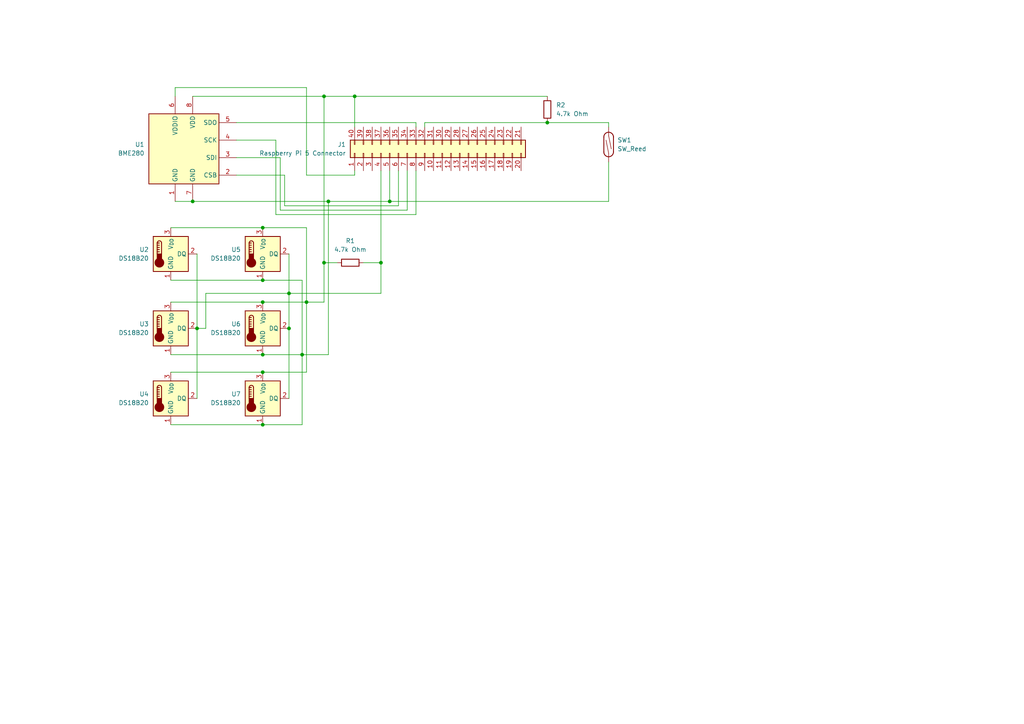
<source format=kicad_sch>
(kicad_sch
	(version 20231120)
	(generator "eeschema")
	(generator_version "8.0")
	(uuid "ab04aa3d-ed40-453c-b441-ff424c4d539e")
	(paper "A4")
	(lib_symbols
		(symbol "Connector_Generic:Conn_02x20_Counter_Clockwise"
			(pin_names
				(offset 1.016) hide)
			(exclude_from_sim no)
			(in_bom yes)
			(on_board yes)
			(property "Reference" "J"
				(at 1.27 25.4 0)
				(effects
					(font
						(size 1.27 1.27)
					)
				)
			)
			(property "Value" "Conn_02x20_Counter_Clockwise"
				(at 1.27 -27.94 0)
				(effects
					(font
						(size 1.27 1.27)
					)
				)
			)
			(property "Footprint" ""
				(at 0 0 0)
				(effects
					(font
						(size 1.27 1.27)
					)
					(hide yes)
				)
			)
			(property "Datasheet" "~"
				(at 0 0 0)
				(effects
					(font
						(size 1.27 1.27)
					)
					(hide yes)
				)
			)
			(property "Description" "Generic connector, double row, 02x20, counter clockwise pin numbering scheme (similar to DIP package numbering), script generated (kicad-library-utils/schlib/autogen/connector/)"
				(at 0 0 0)
				(effects
					(font
						(size 1.27 1.27)
					)
					(hide yes)
				)
			)
			(property "ki_keywords" "connector"
				(at 0 0 0)
				(effects
					(font
						(size 1.27 1.27)
					)
					(hide yes)
				)
			)
			(property "ki_fp_filters" "Connector*:*_2x??_*"
				(at 0 0 0)
				(effects
					(font
						(size 1.27 1.27)
					)
					(hide yes)
				)
			)
			(symbol "Conn_02x20_Counter_Clockwise_1_1"
				(rectangle
					(start -1.27 -25.273)
					(end 0 -25.527)
					(stroke
						(width 0.1524)
						(type default)
					)
					(fill
						(type none)
					)
				)
				(rectangle
					(start -1.27 -22.733)
					(end 0 -22.987)
					(stroke
						(width 0.1524)
						(type default)
					)
					(fill
						(type none)
					)
				)
				(rectangle
					(start -1.27 -20.193)
					(end 0 -20.447)
					(stroke
						(width 0.1524)
						(type default)
					)
					(fill
						(type none)
					)
				)
				(rectangle
					(start -1.27 -17.653)
					(end 0 -17.907)
					(stroke
						(width 0.1524)
						(type default)
					)
					(fill
						(type none)
					)
				)
				(rectangle
					(start -1.27 -15.113)
					(end 0 -15.367)
					(stroke
						(width 0.1524)
						(type default)
					)
					(fill
						(type none)
					)
				)
				(rectangle
					(start -1.27 -12.573)
					(end 0 -12.827)
					(stroke
						(width 0.1524)
						(type default)
					)
					(fill
						(type none)
					)
				)
				(rectangle
					(start -1.27 -10.033)
					(end 0 -10.287)
					(stroke
						(width 0.1524)
						(type default)
					)
					(fill
						(type none)
					)
				)
				(rectangle
					(start -1.27 -7.493)
					(end 0 -7.747)
					(stroke
						(width 0.1524)
						(type default)
					)
					(fill
						(type none)
					)
				)
				(rectangle
					(start -1.27 -4.953)
					(end 0 -5.207)
					(stroke
						(width 0.1524)
						(type default)
					)
					(fill
						(type none)
					)
				)
				(rectangle
					(start -1.27 -2.413)
					(end 0 -2.667)
					(stroke
						(width 0.1524)
						(type default)
					)
					(fill
						(type none)
					)
				)
				(rectangle
					(start -1.27 0.127)
					(end 0 -0.127)
					(stroke
						(width 0.1524)
						(type default)
					)
					(fill
						(type none)
					)
				)
				(rectangle
					(start -1.27 2.667)
					(end 0 2.413)
					(stroke
						(width 0.1524)
						(type default)
					)
					(fill
						(type none)
					)
				)
				(rectangle
					(start -1.27 5.207)
					(end 0 4.953)
					(stroke
						(width 0.1524)
						(type default)
					)
					(fill
						(type none)
					)
				)
				(rectangle
					(start -1.27 7.747)
					(end 0 7.493)
					(stroke
						(width 0.1524)
						(type default)
					)
					(fill
						(type none)
					)
				)
				(rectangle
					(start -1.27 10.287)
					(end 0 10.033)
					(stroke
						(width 0.1524)
						(type default)
					)
					(fill
						(type none)
					)
				)
				(rectangle
					(start -1.27 12.827)
					(end 0 12.573)
					(stroke
						(width 0.1524)
						(type default)
					)
					(fill
						(type none)
					)
				)
				(rectangle
					(start -1.27 15.367)
					(end 0 15.113)
					(stroke
						(width 0.1524)
						(type default)
					)
					(fill
						(type none)
					)
				)
				(rectangle
					(start -1.27 17.907)
					(end 0 17.653)
					(stroke
						(width 0.1524)
						(type default)
					)
					(fill
						(type none)
					)
				)
				(rectangle
					(start -1.27 20.447)
					(end 0 20.193)
					(stroke
						(width 0.1524)
						(type default)
					)
					(fill
						(type none)
					)
				)
				(rectangle
					(start -1.27 22.987)
					(end 0 22.733)
					(stroke
						(width 0.1524)
						(type default)
					)
					(fill
						(type none)
					)
				)
				(rectangle
					(start -1.27 24.13)
					(end 3.81 -26.67)
					(stroke
						(width 0.254)
						(type default)
					)
					(fill
						(type background)
					)
				)
				(rectangle
					(start 3.81 -25.273)
					(end 2.54 -25.527)
					(stroke
						(width 0.1524)
						(type default)
					)
					(fill
						(type none)
					)
				)
				(rectangle
					(start 3.81 -22.733)
					(end 2.54 -22.987)
					(stroke
						(width 0.1524)
						(type default)
					)
					(fill
						(type none)
					)
				)
				(rectangle
					(start 3.81 -20.193)
					(end 2.54 -20.447)
					(stroke
						(width 0.1524)
						(type default)
					)
					(fill
						(type none)
					)
				)
				(rectangle
					(start 3.81 -17.653)
					(end 2.54 -17.907)
					(stroke
						(width 0.1524)
						(type default)
					)
					(fill
						(type none)
					)
				)
				(rectangle
					(start 3.81 -15.113)
					(end 2.54 -15.367)
					(stroke
						(width 0.1524)
						(type default)
					)
					(fill
						(type none)
					)
				)
				(rectangle
					(start 3.81 -12.573)
					(end 2.54 -12.827)
					(stroke
						(width 0.1524)
						(type default)
					)
					(fill
						(type none)
					)
				)
				(rectangle
					(start 3.81 -10.033)
					(end 2.54 -10.287)
					(stroke
						(width 0.1524)
						(type default)
					)
					(fill
						(type none)
					)
				)
				(rectangle
					(start 3.81 -7.493)
					(end 2.54 -7.747)
					(stroke
						(width 0.1524)
						(type default)
					)
					(fill
						(type none)
					)
				)
				(rectangle
					(start 3.81 -4.953)
					(end 2.54 -5.207)
					(stroke
						(width 0.1524)
						(type default)
					)
					(fill
						(type none)
					)
				)
				(rectangle
					(start 3.81 -2.413)
					(end 2.54 -2.667)
					(stroke
						(width 0.1524)
						(type default)
					)
					(fill
						(type none)
					)
				)
				(rectangle
					(start 3.81 0.127)
					(end 2.54 -0.127)
					(stroke
						(width 0.1524)
						(type default)
					)
					(fill
						(type none)
					)
				)
				(rectangle
					(start 3.81 2.667)
					(end 2.54 2.413)
					(stroke
						(width 0.1524)
						(type default)
					)
					(fill
						(type none)
					)
				)
				(rectangle
					(start 3.81 5.207)
					(end 2.54 4.953)
					(stroke
						(width 0.1524)
						(type default)
					)
					(fill
						(type none)
					)
				)
				(rectangle
					(start 3.81 7.747)
					(end 2.54 7.493)
					(stroke
						(width 0.1524)
						(type default)
					)
					(fill
						(type none)
					)
				)
				(rectangle
					(start 3.81 10.287)
					(end 2.54 10.033)
					(stroke
						(width 0.1524)
						(type default)
					)
					(fill
						(type none)
					)
				)
				(rectangle
					(start 3.81 12.827)
					(end 2.54 12.573)
					(stroke
						(width 0.1524)
						(type default)
					)
					(fill
						(type none)
					)
				)
				(rectangle
					(start 3.81 15.367)
					(end 2.54 15.113)
					(stroke
						(width 0.1524)
						(type default)
					)
					(fill
						(type none)
					)
				)
				(rectangle
					(start 3.81 17.907)
					(end 2.54 17.653)
					(stroke
						(width 0.1524)
						(type default)
					)
					(fill
						(type none)
					)
				)
				(rectangle
					(start 3.81 20.447)
					(end 2.54 20.193)
					(stroke
						(width 0.1524)
						(type default)
					)
					(fill
						(type none)
					)
				)
				(rectangle
					(start 3.81 22.987)
					(end 2.54 22.733)
					(stroke
						(width 0.1524)
						(type default)
					)
					(fill
						(type none)
					)
				)
				(pin passive line
					(at -5.08 22.86 0)
					(length 3.81)
					(name "Pin_1"
						(effects
							(font
								(size 1.27 1.27)
							)
						)
					)
					(number "1"
						(effects
							(font
								(size 1.27 1.27)
							)
						)
					)
				)
				(pin passive line
					(at -5.08 0 0)
					(length 3.81)
					(name "Pin_10"
						(effects
							(font
								(size 1.27 1.27)
							)
						)
					)
					(number "10"
						(effects
							(font
								(size 1.27 1.27)
							)
						)
					)
				)
				(pin passive line
					(at -5.08 -2.54 0)
					(length 3.81)
					(name "Pin_11"
						(effects
							(font
								(size 1.27 1.27)
							)
						)
					)
					(number "11"
						(effects
							(font
								(size 1.27 1.27)
							)
						)
					)
				)
				(pin passive line
					(at -5.08 -5.08 0)
					(length 3.81)
					(name "Pin_12"
						(effects
							(font
								(size 1.27 1.27)
							)
						)
					)
					(number "12"
						(effects
							(font
								(size 1.27 1.27)
							)
						)
					)
				)
				(pin passive line
					(at -5.08 -7.62 0)
					(length 3.81)
					(name "Pin_13"
						(effects
							(font
								(size 1.27 1.27)
							)
						)
					)
					(number "13"
						(effects
							(font
								(size 1.27 1.27)
							)
						)
					)
				)
				(pin passive line
					(at -5.08 -10.16 0)
					(length 3.81)
					(name "Pin_14"
						(effects
							(font
								(size 1.27 1.27)
							)
						)
					)
					(number "14"
						(effects
							(font
								(size 1.27 1.27)
							)
						)
					)
				)
				(pin passive line
					(at -5.08 -12.7 0)
					(length 3.81)
					(name "Pin_15"
						(effects
							(font
								(size 1.27 1.27)
							)
						)
					)
					(number "15"
						(effects
							(font
								(size 1.27 1.27)
							)
						)
					)
				)
				(pin passive line
					(at -5.08 -15.24 0)
					(length 3.81)
					(name "Pin_16"
						(effects
							(font
								(size 1.27 1.27)
							)
						)
					)
					(number "16"
						(effects
							(font
								(size 1.27 1.27)
							)
						)
					)
				)
				(pin passive line
					(at -5.08 -17.78 0)
					(length 3.81)
					(name "Pin_17"
						(effects
							(font
								(size 1.27 1.27)
							)
						)
					)
					(number "17"
						(effects
							(font
								(size 1.27 1.27)
							)
						)
					)
				)
				(pin passive line
					(at -5.08 -20.32 0)
					(length 3.81)
					(name "Pin_18"
						(effects
							(font
								(size 1.27 1.27)
							)
						)
					)
					(number "18"
						(effects
							(font
								(size 1.27 1.27)
							)
						)
					)
				)
				(pin passive line
					(at -5.08 -22.86 0)
					(length 3.81)
					(name "Pin_19"
						(effects
							(font
								(size 1.27 1.27)
							)
						)
					)
					(number "19"
						(effects
							(font
								(size 1.27 1.27)
							)
						)
					)
				)
				(pin passive line
					(at -5.08 20.32 0)
					(length 3.81)
					(name "Pin_2"
						(effects
							(font
								(size 1.27 1.27)
							)
						)
					)
					(number "2"
						(effects
							(font
								(size 1.27 1.27)
							)
						)
					)
				)
				(pin passive line
					(at -5.08 -25.4 0)
					(length 3.81)
					(name "Pin_20"
						(effects
							(font
								(size 1.27 1.27)
							)
						)
					)
					(number "20"
						(effects
							(font
								(size 1.27 1.27)
							)
						)
					)
				)
				(pin passive line
					(at 7.62 -25.4 180)
					(length 3.81)
					(name "Pin_21"
						(effects
							(font
								(size 1.27 1.27)
							)
						)
					)
					(number "21"
						(effects
							(font
								(size 1.27 1.27)
							)
						)
					)
				)
				(pin passive line
					(at 7.62 -22.86 180)
					(length 3.81)
					(name "Pin_22"
						(effects
							(font
								(size 1.27 1.27)
							)
						)
					)
					(number "22"
						(effects
							(font
								(size 1.27 1.27)
							)
						)
					)
				)
				(pin passive line
					(at 7.62 -20.32 180)
					(length 3.81)
					(name "Pin_23"
						(effects
							(font
								(size 1.27 1.27)
							)
						)
					)
					(number "23"
						(effects
							(font
								(size 1.27 1.27)
							)
						)
					)
				)
				(pin passive line
					(at 7.62 -17.78 180)
					(length 3.81)
					(name "Pin_24"
						(effects
							(font
								(size 1.27 1.27)
							)
						)
					)
					(number "24"
						(effects
							(font
								(size 1.27 1.27)
							)
						)
					)
				)
				(pin passive line
					(at 7.62 -15.24 180)
					(length 3.81)
					(name "Pin_25"
						(effects
							(font
								(size 1.27 1.27)
							)
						)
					)
					(number "25"
						(effects
							(font
								(size 1.27 1.27)
							)
						)
					)
				)
				(pin passive line
					(at 7.62 -12.7 180)
					(length 3.81)
					(name "Pin_26"
						(effects
							(font
								(size 1.27 1.27)
							)
						)
					)
					(number "26"
						(effects
							(font
								(size 1.27 1.27)
							)
						)
					)
				)
				(pin passive line
					(at 7.62 -10.16 180)
					(length 3.81)
					(name "Pin_27"
						(effects
							(font
								(size 1.27 1.27)
							)
						)
					)
					(number "27"
						(effects
							(font
								(size 1.27 1.27)
							)
						)
					)
				)
				(pin passive line
					(at 7.62 -7.62 180)
					(length 3.81)
					(name "Pin_28"
						(effects
							(font
								(size 1.27 1.27)
							)
						)
					)
					(number "28"
						(effects
							(font
								(size 1.27 1.27)
							)
						)
					)
				)
				(pin passive line
					(at 7.62 -5.08 180)
					(length 3.81)
					(name "Pin_29"
						(effects
							(font
								(size 1.27 1.27)
							)
						)
					)
					(number "29"
						(effects
							(font
								(size 1.27 1.27)
							)
						)
					)
				)
				(pin passive line
					(at -5.08 17.78 0)
					(length 3.81)
					(name "Pin_3"
						(effects
							(font
								(size 1.27 1.27)
							)
						)
					)
					(number "3"
						(effects
							(font
								(size 1.27 1.27)
							)
						)
					)
				)
				(pin passive line
					(at 7.62 -2.54 180)
					(length 3.81)
					(name "Pin_30"
						(effects
							(font
								(size 1.27 1.27)
							)
						)
					)
					(number "30"
						(effects
							(font
								(size 1.27 1.27)
							)
						)
					)
				)
				(pin passive line
					(at 7.62 0 180)
					(length 3.81)
					(name "Pin_31"
						(effects
							(font
								(size 1.27 1.27)
							)
						)
					)
					(number "31"
						(effects
							(font
								(size 1.27 1.27)
							)
						)
					)
				)
				(pin passive line
					(at 7.62 2.54 180)
					(length 3.81)
					(name "Pin_32"
						(effects
							(font
								(size 1.27 1.27)
							)
						)
					)
					(number "32"
						(effects
							(font
								(size 1.27 1.27)
							)
						)
					)
				)
				(pin passive line
					(at 7.62 5.08 180)
					(length 3.81)
					(name "Pin_33"
						(effects
							(font
								(size 1.27 1.27)
							)
						)
					)
					(number "33"
						(effects
							(font
								(size 1.27 1.27)
							)
						)
					)
				)
				(pin passive line
					(at 7.62 7.62 180)
					(length 3.81)
					(name "Pin_34"
						(effects
							(font
								(size 1.27 1.27)
							)
						)
					)
					(number "34"
						(effects
							(font
								(size 1.27 1.27)
							)
						)
					)
				)
				(pin passive line
					(at 7.62 10.16 180)
					(length 3.81)
					(name "Pin_35"
						(effects
							(font
								(size 1.27 1.27)
							)
						)
					)
					(number "35"
						(effects
							(font
								(size 1.27 1.27)
							)
						)
					)
				)
				(pin passive line
					(at 7.62 12.7 180)
					(length 3.81)
					(name "Pin_36"
						(effects
							(font
								(size 1.27 1.27)
							)
						)
					)
					(number "36"
						(effects
							(font
								(size 1.27 1.27)
							)
						)
					)
				)
				(pin passive line
					(at 7.62 15.24 180)
					(length 3.81)
					(name "Pin_37"
						(effects
							(font
								(size 1.27 1.27)
							)
						)
					)
					(number "37"
						(effects
							(font
								(size 1.27 1.27)
							)
						)
					)
				)
				(pin passive line
					(at 7.62 17.78 180)
					(length 3.81)
					(name "Pin_38"
						(effects
							(font
								(size 1.27 1.27)
							)
						)
					)
					(number "38"
						(effects
							(font
								(size 1.27 1.27)
							)
						)
					)
				)
				(pin passive line
					(at 7.62 20.32 180)
					(length 3.81)
					(name "Pin_39"
						(effects
							(font
								(size 1.27 1.27)
							)
						)
					)
					(number "39"
						(effects
							(font
								(size 1.27 1.27)
							)
						)
					)
				)
				(pin passive line
					(at -5.08 15.24 0)
					(length 3.81)
					(name "Pin_4"
						(effects
							(font
								(size 1.27 1.27)
							)
						)
					)
					(number "4"
						(effects
							(font
								(size 1.27 1.27)
							)
						)
					)
				)
				(pin passive line
					(at 7.62 22.86 180)
					(length 3.81)
					(name "Pin_40"
						(effects
							(font
								(size 1.27 1.27)
							)
						)
					)
					(number "40"
						(effects
							(font
								(size 1.27 1.27)
							)
						)
					)
				)
				(pin passive line
					(at -5.08 12.7 0)
					(length 3.81)
					(name "Pin_5"
						(effects
							(font
								(size 1.27 1.27)
							)
						)
					)
					(number "5"
						(effects
							(font
								(size 1.27 1.27)
							)
						)
					)
				)
				(pin passive line
					(at -5.08 10.16 0)
					(length 3.81)
					(name "Pin_6"
						(effects
							(font
								(size 1.27 1.27)
							)
						)
					)
					(number "6"
						(effects
							(font
								(size 1.27 1.27)
							)
						)
					)
				)
				(pin passive line
					(at -5.08 7.62 0)
					(length 3.81)
					(name "Pin_7"
						(effects
							(font
								(size 1.27 1.27)
							)
						)
					)
					(number "7"
						(effects
							(font
								(size 1.27 1.27)
							)
						)
					)
				)
				(pin passive line
					(at -5.08 5.08 0)
					(length 3.81)
					(name "Pin_8"
						(effects
							(font
								(size 1.27 1.27)
							)
						)
					)
					(number "8"
						(effects
							(font
								(size 1.27 1.27)
							)
						)
					)
				)
				(pin passive line
					(at -5.08 2.54 0)
					(length 3.81)
					(name "Pin_9"
						(effects
							(font
								(size 1.27 1.27)
							)
						)
					)
					(number "9"
						(effects
							(font
								(size 1.27 1.27)
							)
						)
					)
				)
			)
		)
		(symbol "Device:R"
			(pin_numbers hide)
			(pin_names
				(offset 0)
			)
			(exclude_from_sim no)
			(in_bom yes)
			(on_board yes)
			(property "Reference" "R"
				(at 2.032 0 90)
				(effects
					(font
						(size 1.27 1.27)
					)
				)
			)
			(property "Value" "R"
				(at 0 0 90)
				(effects
					(font
						(size 1.27 1.27)
					)
				)
			)
			(property "Footprint" ""
				(at -1.778 0 90)
				(effects
					(font
						(size 1.27 1.27)
					)
					(hide yes)
				)
			)
			(property "Datasheet" "~"
				(at 0 0 0)
				(effects
					(font
						(size 1.27 1.27)
					)
					(hide yes)
				)
			)
			(property "Description" "Resistor"
				(at 0 0 0)
				(effects
					(font
						(size 1.27 1.27)
					)
					(hide yes)
				)
			)
			(property "ki_keywords" "R res resistor"
				(at 0 0 0)
				(effects
					(font
						(size 1.27 1.27)
					)
					(hide yes)
				)
			)
			(property "ki_fp_filters" "R_*"
				(at 0 0 0)
				(effects
					(font
						(size 1.27 1.27)
					)
					(hide yes)
				)
			)
			(symbol "R_0_1"
				(rectangle
					(start -1.016 -2.54)
					(end 1.016 2.54)
					(stroke
						(width 0.254)
						(type default)
					)
					(fill
						(type none)
					)
				)
			)
			(symbol "R_1_1"
				(pin passive line
					(at 0 3.81 270)
					(length 1.27)
					(name "~"
						(effects
							(font
								(size 1.27 1.27)
							)
						)
					)
					(number "1"
						(effects
							(font
								(size 1.27 1.27)
							)
						)
					)
				)
				(pin passive line
					(at 0 -3.81 90)
					(length 1.27)
					(name "~"
						(effects
							(font
								(size 1.27 1.27)
							)
						)
					)
					(number "2"
						(effects
							(font
								(size 1.27 1.27)
							)
						)
					)
				)
			)
		)
		(symbol "Sensor:BME280"
			(exclude_from_sim no)
			(in_bom yes)
			(on_board yes)
			(property "Reference" "U"
				(at -8.89 11.43 0)
				(effects
					(font
						(size 1.27 1.27)
					)
				)
			)
			(property "Value" "BME280"
				(at 7.62 11.43 0)
				(effects
					(font
						(size 1.27 1.27)
					)
				)
			)
			(property "Footprint" "Package_LGA:Bosch_LGA-8_2.5x2.5mm_P0.65mm_ClockwisePinNumbering"
				(at 38.1 -11.43 0)
				(effects
					(font
						(size 1.27 1.27)
					)
					(hide yes)
				)
			)
			(property "Datasheet" "https://www.bosch-sensortec.com/media/boschsensortec/downloads/datasheets/bst-bme280-ds002.pdf"
				(at 0 -5.08 0)
				(effects
					(font
						(size 1.27 1.27)
					)
					(hide yes)
				)
			)
			(property "Description" "3-in-1 sensor, humidity, pressure, temperature, I2C and SPI interface, 1.71-3.6V, LGA-8"
				(at 0 0 0)
				(effects
					(font
						(size 1.27 1.27)
					)
					(hide yes)
				)
			)
			(property "ki_keywords" "Bosch pressure humidity temperature environment environmental measurement digital"
				(at 0 0 0)
				(effects
					(font
						(size 1.27 1.27)
					)
					(hide yes)
				)
			)
			(property "ki_fp_filters" "*LGA*2.5x2.5mm*P0.65mm*Clockwise*"
				(at 0 0 0)
				(effects
					(font
						(size 1.27 1.27)
					)
					(hide yes)
				)
			)
			(symbol "BME280_0_1"
				(rectangle
					(start -10.16 10.16)
					(end 10.16 -10.16)
					(stroke
						(width 0.254)
						(type default)
					)
					(fill
						(type background)
					)
				)
			)
			(symbol "BME280_1_1"
				(pin power_in line
					(at -2.54 -15.24 90)
					(length 5.08)
					(name "GND"
						(effects
							(font
								(size 1.27 1.27)
							)
						)
					)
					(number "1"
						(effects
							(font
								(size 1.27 1.27)
							)
						)
					)
				)
				(pin input line
					(at 15.24 -7.62 180)
					(length 5.08)
					(name "CSB"
						(effects
							(font
								(size 1.27 1.27)
							)
						)
					)
					(number "2"
						(effects
							(font
								(size 1.27 1.27)
							)
						)
					)
				)
				(pin bidirectional line
					(at 15.24 -2.54 180)
					(length 5.08)
					(name "SDI"
						(effects
							(font
								(size 1.27 1.27)
							)
						)
					)
					(number "3"
						(effects
							(font
								(size 1.27 1.27)
							)
						)
					)
				)
				(pin input line
					(at 15.24 2.54 180)
					(length 5.08)
					(name "SCK"
						(effects
							(font
								(size 1.27 1.27)
							)
						)
					)
					(number "4"
						(effects
							(font
								(size 1.27 1.27)
							)
						)
					)
				)
				(pin bidirectional line
					(at 15.24 7.62 180)
					(length 5.08)
					(name "SDO"
						(effects
							(font
								(size 1.27 1.27)
							)
						)
					)
					(number "5"
						(effects
							(font
								(size 1.27 1.27)
							)
						)
					)
				)
				(pin power_in line
					(at -2.54 15.24 270)
					(length 5.08)
					(name "VDDIO"
						(effects
							(font
								(size 1.27 1.27)
							)
						)
					)
					(number "6"
						(effects
							(font
								(size 1.27 1.27)
							)
						)
					)
				)
				(pin power_in line
					(at 2.54 -15.24 90)
					(length 5.08)
					(name "GND"
						(effects
							(font
								(size 1.27 1.27)
							)
						)
					)
					(number "7"
						(effects
							(font
								(size 1.27 1.27)
							)
						)
					)
				)
				(pin power_in line
					(at 2.54 15.24 270)
					(length 5.08)
					(name "VDD"
						(effects
							(font
								(size 1.27 1.27)
							)
						)
					)
					(number "8"
						(effects
							(font
								(size 1.27 1.27)
							)
						)
					)
				)
			)
		)
		(symbol "Sensor_Temperature:DS18B20"
			(exclude_from_sim no)
			(in_bom yes)
			(on_board yes)
			(property "Reference" "U"
				(at -3.81 6.35 0)
				(effects
					(font
						(size 1.27 1.27)
					)
				)
			)
			(property "Value" "DS18B20"
				(at 6.35 6.35 0)
				(effects
					(font
						(size 1.27 1.27)
					)
				)
			)
			(property "Footprint" "Package_TO_SOT_THT:TO-92_Inline"
				(at -25.4 -6.35 0)
				(effects
					(font
						(size 1.27 1.27)
					)
					(hide yes)
				)
			)
			(property "Datasheet" "http://datasheets.maximintegrated.com/en/ds/DS18B20.pdf"
				(at -3.81 6.35 0)
				(effects
					(font
						(size 1.27 1.27)
					)
					(hide yes)
				)
			)
			(property "Description" "Programmable Resolution 1-Wire Digital Thermometer TO-92"
				(at 0 0 0)
				(effects
					(font
						(size 1.27 1.27)
					)
					(hide yes)
				)
			)
			(property "ki_keywords" "OneWire 1Wire Dallas Maxim"
				(at 0 0 0)
				(effects
					(font
						(size 1.27 1.27)
					)
					(hide yes)
				)
			)
			(property "ki_fp_filters" "TO*92*"
				(at 0 0 0)
				(effects
					(font
						(size 1.27 1.27)
					)
					(hide yes)
				)
			)
			(symbol "DS18B20_0_1"
				(rectangle
					(start -5.08 5.08)
					(end 5.08 -5.08)
					(stroke
						(width 0.254)
						(type default)
					)
					(fill
						(type background)
					)
				)
				(circle
					(center -3.302 -2.54)
					(radius 1.27)
					(stroke
						(width 0.254)
						(type default)
					)
					(fill
						(type outline)
					)
				)
				(rectangle
					(start -2.667 -1.905)
					(end -3.937 0)
					(stroke
						(width 0.254)
						(type default)
					)
					(fill
						(type outline)
					)
				)
				(arc
					(start -2.667 3.175)
					(mid -3.302 3.8073)
					(end -3.937 3.175)
					(stroke
						(width 0.254)
						(type default)
					)
					(fill
						(type none)
					)
				)
				(polyline
					(pts
						(xy -3.937 0.635) (xy -3.302 0.635)
					)
					(stroke
						(width 0.254)
						(type default)
					)
					(fill
						(type none)
					)
				)
				(polyline
					(pts
						(xy -3.937 1.27) (xy -3.302 1.27)
					)
					(stroke
						(width 0.254)
						(type default)
					)
					(fill
						(type none)
					)
				)
				(polyline
					(pts
						(xy -3.937 1.905) (xy -3.302 1.905)
					)
					(stroke
						(width 0.254)
						(type default)
					)
					(fill
						(type none)
					)
				)
				(polyline
					(pts
						(xy -3.937 2.54) (xy -3.302 2.54)
					)
					(stroke
						(width 0.254)
						(type default)
					)
					(fill
						(type none)
					)
				)
				(polyline
					(pts
						(xy -3.937 3.175) (xy -3.937 0)
					)
					(stroke
						(width 0.254)
						(type default)
					)
					(fill
						(type none)
					)
				)
				(polyline
					(pts
						(xy -3.937 3.175) (xy -3.302 3.175)
					)
					(stroke
						(width 0.254)
						(type default)
					)
					(fill
						(type none)
					)
				)
				(polyline
					(pts
						(xy -2.667 3.175) (xy -2.667 0)
					)
					(stroke
						(width 0.254)
						(type default)
					)
					(fill
						(type none)
					)
				)
			)
			(symbol "DS18B20_1_1"
				(pin power_in line
					(at 0 -7.62 90)
					(length 2.54)
					(name "GND"
						(effects
							(font
								(size 1.27 1.27)
							)
						)
					)
					(number "1"
						(effects
							(font
								(size 1.27 1.27)
							)
						)
					)
				)
				(pin bidirectional line
					(at 7.62 0 180)
					(length 2.54)
					(name "DQ"
						(effects
							(font
								(size 1.27 1.27)
							)
						)
					)
					(number "2"
						(effects
							(font
								(size 1.27 1.27)
							)
						)
					)
				)
				(pin power_in line
					(at 0 7.62 270)
					(length 2.54)
					(name "V_{DD}"
						(effects
							(font
								(size 1.27 1.27)
							)
						)
					)
					(number "3"
						(effects
							(font
								(size 1.27 1.27)
							)
						)
					)
				)
			)
		)
		(symbol "Switch:SW_Reed"
			(pin_numbers hide)
			(pin_names
				(offset 0) hide)
			(exclude_from_sim no)
			(in_bom yes)
			(on_board yes)
			(property "Reference" "SW"
				(at 0 2.54 0)
				(effects
					(font
						(size 1.27 1.27)
					)
				)
			)
			(property "Value" "SW_Reed"
				(at 0 -2.54 0)
				(effects
					(font
						(size 1.27 1.27)
					)
				)
			)
			(property "Footprint" ""
				(at 0 0 0)
				(effects
					(font
						(size 1.27 1.27)
					)
					(hide yes)
				)
			)
			(property "Datasheet" "~"
				(at 0 0 0)
				(effects
					(font
						(size 1.27 1.27)
					)
					(hide yes)
				)
			)
			(property "Description" "reed switch"
				(at 0 0 0)
				(effects
					(font
						(size 1.27 1.27)
					)
					(hide yes)
				)
			)
			(property "ki_keywords" "reed magnetic switch"
				(at 0 0 0)
				(effects
					(font
						(size 1.27 1.27)
					)
					(hide yes)
				)
			)
			(symbol "SW_Reed_0_0"
				(arc
					(start -2.159 1.397)
					(mid -3.55 0)
					(end -2.159 -1.397)
					(stroke
						(width 0.254)
						(type default)
					)
					(fill
						(type none)
					)
				)
				(polyline
					(pts
						(xy -2.54 0) (xy 1.27 0.762)
					)
					(stroke
						(width 0)
						(type default)
					)
					(fill
						(type none)
					)
				)
				(polyline
					(pts
						(xy -2.159 -1.397) (xy 2.286 -1.397)
					)
					(stroke
						(width 0.254)
						(type default)
					)
					(fill
						(type none)
					)
				)
				(polyline
					(pts
						(xy 2.159 1.397) (xy -2.159 1.397)
					)
					(stroke
						(width 0.254)
						(type default)
					)
					(fill
						(type none)
					)
				)
				(polyline
					(pts
						(xy 2.54 0) (xy -1.27 -0.762)
					)
					(stroke
						(width 0)
						(type default)
					)
					(fill
						(type none)
					)
				)
				(arc
					(start 2.159 -1.397)
					(mid 3.55 0)
					(end 2.159 1.397)
					(stroke
						(width 0.254)
						(type default)
					)
					(fill
						(type none)
					)
				)
			)
			(symbol "SW_Reed_1_1"
				(pin passive line
					(at -5.08 0 0)
					(length 2.54)
					(name "1"
						(effects
							(font
								(size 1.27 1.27)
							)
						)
					)
					(number "1"
						(effects
							(font
								(size 1.27 1.27)
							)
						)
					)
				)
				(pin passive line
					(at 5.08 0 180)
					(length 2.54)
					(name "2"
						(effects
							(font
								(size 1.27 1.27)
							)
						)
					)
					(number "2"
						(effects
							(font
								(size 1.27 1.27)
							)
						)
					)
				)
			)
		)
	)
	(junction
		(at 76.2 81.28)
		(diameter 0)
		(color 0 0 0 0)
		(uuid "220db1e9-421e-4287-830e-fbcbf115997b")
	)
	(junction
		(at 102.87 27.94)
		(diameter 0)
		(color 0 0 0 0)
		(uuid "2f9309e5-a330-4aed-b2cc-39be814494c9")
	)
	(junction
		(at 158.75 35.56)
		(diameter 0)
		(color 0 0 0 0)
		(uuid "4b719f28-c4dc-450f-925f-8eee3fd62457")
	)
	(junction
		(at 93.98 76.2)
		(diameter 0)
		(color 0 0 0 0)
		(uuid "5602dd0f-5c63-4b49-819f-c74ac6206f32")
	)
	(junction
		(at 55.88 58.42)
		(diameter 0)
		(color 0 0 0 0)
		(uuid "5b059ec4-0764-4630-a86c-4c8dd9353912")
	)
	(junction
		(at 76.2 66.04)
		(diameter 0)
		(color 0 0 0 0)
		(uuid "849cdca8-0112-4530-a056-cb7b2f68439c")
	)
	(junction
		(at 76.2 123.19)
		(diameter 0)
		(color 0 0 0 0)
		(uuid "8ab13264-eb06-49bb-a1f9-ec69c82a3cc9")
	)
	(junction
		(at 76.2 87.63)
		(diameter 0)
		(color 0 0 0 0)
		(uuid "97c5a3d7-08cd-40c1-b8f3-7087008c3dbb")
	)
	(junction
		(at 57.15 95.25)
		(diameter 0)
		(color 0 0 0 0)
		(uuid "9e3b1977-e3ea-4557-aa90-35bff73da9cb")
	)
	(junction
		(at 113.03 58.42)
		(diameter 0)
		(color 0 0 0 0)
		(uuid "a7b884d5-cff2-440b-bb65-ef082d871f9b")
	)
	(junction
		(at 83.82 95.25)
		(diameter 0)
		(color 0 0 0 0)
		(uuid "b6b25bf8-f671-4fcf-8ce8-865dd5004896")
	)
	(junction
		(at 87.63 102.87)
		(diameter 0)
		(color 0 0 0 0)
		(uuid "bc752046-5f34-4eb1-8701-0e458f97637c")
	)
	(junction
		(at 83.82 85.09)
		(diameter 0)
		(color 0 0 0 0)
		(uuid "bebc27e1-9aad-46ee-b1a3-b2cc44efa401")
	)
	(junction
		(at 76.2 107.95)
		(diameter 0)
		(color 0 0 0 0)
		(uuid "c47f03df-73a7-4072-b2ff-6cc67b6bee75")
	)
	(junction
		(at 95.25 58.42)
		(diameter 0)
		(color 0 0 0 0)
		(uuid "c55f05d9-5c55-447c-b3d1-592f4434ce4d")
	)
	(junction
		(at 76.2 102.87)
		(diameter 0)
		(color 0 0 0 0)
		(uuid "e7f10deb-de94-4c3c-b0f4-1379181e32dd")
	)
	(junction
		(at 93.98 27.94)
		(diameter 0)
		(color 0 0 0 0)
		(uuid "ea84f8ff-c4db-4fd7-ac6d-cddc3b154884")
	)
	(junction
		(at 110.49 76.2)
		(diameter 0)
		(color 0 0 0 0)
		(uuid "efc6b516-ef14-4055-b521-d08fd37c1658")
	)
	(junction
		(at 88.9 87.63)
		(diameter 0)
		(color 0 0 0 0)
		(uuid "fad59274-63ac-4823-a52a-5c84cdbc469a")
	)
	(wire
		(pts
			(xy 50.8 58.42) (xy 55.88 58.42)
		)
		(stroke
			(width 0)
			(type default)
		)
		(uuid "000c3782-67bc-4c37-a360-9dbad9a59ce9")
	)
	(wire
		(pts
			(xy 49.53 102.87) (xy 76.2 102.87)
		)
		(stroke
			(width 0)
			(type default)
		)
		(uuid "05c451d8-04bb-4f8f-ab26-e0a0bd4d6435")
	)
	(wire
		(pts
			(xy 59.69 85.09) (xy 83.82 85.09)
		)
		(stroke
			(width 0)
			(type default)
		)
		(uuid "061c6241-be51-4dc7-9be7-b8bd3ab59efd")
	)
	(wire
		(pts
			(xy 83.82 73.66) (xy 83.82 85.09)
		)
		(stroke
			(width 0)
			(type default)
		)
		(uuid "086d85ec-a243-4548-8a25-e8c2874b4f42")
	)
	(wire
		(pts
			(xy 76.2 107.95) (xy 88.9 107.95)
		)
		(stroke
			(width 0)
			(type default)
		)
		(uuid "0ca00cbb-b0e4-4eb6-8fb0-5fe6e0b81ff2")
	)
	(wire
		(pts
			(xy 87.63 102.87) (xy 76.2 102.87)
		)
		(stroke
			(width 0)
			(type default)
		)
		(uuid "14250383-bc83-4785-9691-237b76fff5fd")
	)
	(wire
		(pts
			(xy 88.9 87.63) (xy 76.2 87.63)
		)
		(stroke
			(width 0)
			(type default)
		)
		(uuid "1b6441d7-99a7-4a47-ba7d-364f41f29d14")
	)
	(wire
		(pts
			(xy 76.2 81.28) (xy 87.63 81.28)
		)
		(stroke
			(width 0)
			(type default)
		)
		(uuid "23922f96-cea0-4f63-8916-ca1e9ec87376")
	)
	(wire
		(pts
			(xy 87.63 81.28) (xy 87.63 102.87)
		)
		(stroke
			(width 0)
			(type default)
		)
		(uuid "253a765b-4476-499f-b821-dc5df6fff3b2")
	)
	(wire
		(pts
			(xy 158.75 35.56) (xy 176.53 35.56)
		)
		(stroke
			(width 0)
			(type default)
		)
		(uuid "29c4feb2-b6c4-4133-9b9d-22528770863c")
	)
	(wire
		(pts
			(xy 49.53 123.19) (xy 76.2 123.19)
		)
		(stroke
			(width 0)
			(type default)
		)
		(uuid "2e5314ea-ebfd-4eb9-be21-4a4b42239d4f")
	)
	(wire
		(pts
			(xy 76.2 66.04) (xy 88.9 66.04)
		)
		(stroke
			(width 0)
			(type default)
		)
		(uuid "32a9712d-5043-452b-be72-c0ea5caa4b66")
	)
	(wire
		(pts
			(xy 81.28 60.96) (xy 118.11 60.96)
		)
		(stroke
			(width 0)
			(type default)
		)
		(uuid "3674b487-bb35-4759-8bd2-680472d5deb3")
	)
	(wire
		(pts
			(xy 49.53 107.95) (xy 76.2 107.95)
		)
		(stroke
			(width 0)
			(type default)
		)
		(uuid "3ae3001f-efd1-45ac-820e-0aeff401db03")
	)
	(wire
		(pts
			(xy 88.9 107.95) (xy 88.9 87.63)
		)
		(stroke
			(width 0)
			(type default)
		)
		(uuid "3cf6530f-f82e-47ee-9409-fa5e04914b7e")
	)
	(wire
		(pts
			(xy 87.63 123.19) (xy 87.63 102.87)
		)
		(stroke
			(width 0)
			(type default)
		)
		(uuid "3d30709e-f58c-4f3f-88fd-3c2fff23f532")
	)
	(wire
		(pts
			(xy 88.9 66.04) (xy 88.9 87.63)
		)
		(stroke
			(width 0)
			(type default)
		)
		(uuid "4304020b-92d2-4b49-9ecf-8455baa48070")
	)
	(wire
		(pts
			(xy 55.88 27.94) (xy 93.98 27.94)
		)
		(stroke
			(width 0)
			(type default)
		)
		(uuid "46a4edbc-f948-47b5-9f8e-a00dd363bd75")
	)
	(wire
		(pts
			(xy 95.25 58.42) (xy 95.25 102.87)
		)
		(stroke
			(width 0)
			(type default)
		)
		(uuid "4ed71275-f02d-4b5c-b061-aae71da4e304")
	)
	(wire
		(pts
			(xy 105.41 76.2) (xy 110.49 76.2)
		)
		(stroke
			(width 0)
			(type default)
		)
		(uuid "4f1a4559-c7b5-468b-b639-ca1407d86d2a")
	)
	(wire
		(pts
			(xy 49.53 81.28) (xy 76.2 81.28)
		)
		(stroke
			(width 0)
			(type default)
		)
		(uuid "574fbfbf-223a-454e-b141-f13f1f44eb0f")
	)
	(wire
		(pts
			(xy 82.55 50.8) (xy 82.55 59.69)
		)
		(stroke
			(width 0)
			(type default)
		)
		(uuid "5a28bea6-c3e9-454f-bfdf-4f102895536c")
	)
	(wire
		(pts
			(xy 93.98 27.94) (xy 93.98 76.2)
		)
		(stroke
			(width 0)
			(type default)
		)
		(uuid "6161ffcc-d103-4edb-9832-aa0fad1da5e6")
	)
	(wire
		(pts
			(xy 49.53 87.63) (xy 76.2 87.63)
		)
		(stroke
			(width 0)
			(type default)
		)
		(uuid "6199ddf2-65ce-4ecf-98e0-d822cceb2e61")
	)
	(wire
		(pts
			(xy 83.82 95.25) (xy 83.82 115.57)
		)
		(stroke
			(width 0)
			(type default)
		)
		(uuid "65905159-8a1c-4926-9641-03c40142c17e")
	)
	(wire
		(pts
			(xy 123.19 36.83) (xy 123.19 35.56)
		)
		(stroke
			(width 0)
			(type default)
		)
		(uuid "6c722a39-f667-4b59-8e2d-ab051c8a9c65")
	)
	(wire
		(pts
			(xy 57.15 95.25) (xy 59.69 95.25)
		)
		(stroke
			(width 0)
			(type default)
		)
		(uuid "7a7e3ba7-7e9b-4757-83db-3acca566f565")
	)
	(wire
		(pts
			(xy 57.15 95.25) (xy 57.15 115.57)
		)
		(stroke
			(width 0)
			(type default)
		)
		(uuid "7d47724d-8a0f-44f4-aca1-6be835aef5ad")
	)
	(wire
		(pts
			(xy 76.2 123.19) (xy 87.63 123.19)
		)
		(stroke
			(width 0)
			(type default)
		)
		(uuid "84b6e9df-e4b7-431e-ac6f-8a336c8dd7ef")
	)
	(wire
		(pts
			(xy 120.65 35.56) (xy 120.65 36.83)
		)
		(stroke
			(width 0)
			(type default)
		)
		(uuid "85bd5b5c-75be-4e60-a3e4-78476475940d")
	)
	(wire
		(pts
			(xy 95.25 58.42) (xy 113.03 58.42)
		)
		(stroke
			(width 0)
			(type default)
		)
		(uuid "882416ab-ad87-4f4a-8222-ae747942d7b2")
	)
	(wire
		(pts
			(xy 80.01 62.23) (xy 120.65 62.23)
		)
		(stroke
			(width 0)
			(type default)
		)
		(uuid "89621b87-eb29-472e-9f03-ccda91a30a1e")
	)
	(wire
		(pts
			(xy 83.82 85.09) (xy 110.49 85.09)
		)
		(stroke
			(width 0)
			(type default)
		)
		(uuid "8b1090a4-f607-4149-b640-abe619784ec5")
	)
	(wire
		(pts
			(xy 176.53 35.56) (xy 176.53 36.83)
		)
		(stroke
			(width 0)
			(type default)
		)
		(uuid "91ef07e7-6661-48fd-b3af-b426b65f41db")
	)
	(wire
		(pts
			(xy 50.8 27.94) (xy 50.8 25.4)
		)
		(stroke
			(width 0)
			(type default)
		)
		(uuid "94173733-b18e-492a-b276-1c7370807bfd")
	)
	(wire
		(pts
			(xy 81.28 45.72) (xy 81.28 60.96)
		)
		(stroke
			(width 0)
			(type default)
		)
		(uuid "95d0607c-c5b3-437b-84f8-883b829bc260")
	)
	(wire
		(pts
			(xy 176.53 58.42) (xy 176.53 46.99)
		)
		(stroke
			(width 0)
			(type default)
		)
		(uuid "9e55b033-bd6e-4c39-9cc6-db6bbd8a37d4")
	)
	(wire
		(pts
			(xy 83.82 85.09) (xy 83.82 95.25)
		)
		(stroke
			(width 0)
			(type default)
		)
		(uuid "a100d49a-2f93-4475-a9be-49da90d910a1")
	)
	(wire
		(pts
			(xy 82.55 59.69) (xy 115.57 59.69)
		)
		(stroke
			(width 0)
			(type default)
		)
		(uuid "a1815cc0-a2a4-450a-a8c7-a3ee63217bce")
	)
	(wire
		(pts
			(xy 95.25 102.87) (xy 87.63 102.87)
		)
		(stroke
			(width 0)
			(type default)
		)
		(uuid "a18d0b00-37f2-4d03-99f9-3a39fb535dfe")
	)
	(wire
		(pts
			(xy 93.98 76.2) (xy 97.79 76.2)
		)
		(stroke
			(width 0)
			(type default)
		)
		(uuid "ac7704d5-53d9-4ddb-974d-ec0f64b1234b")
	)
	(wire
		(pts
			(xy 123.19 35.56) (xy 158.75 35.56)
		)
		(stroke
			(width 0)
			(type default)
		)
		(uuid "af7ab834-a015-43c3-ae82-556c4dfe1a19")
	)
	(wire
		(pts
			(xy 68.58 35.56) (xy 120.65 35.56)
		)
		(stroke
			(width 0)
			(type default)
		)
		(uuid "b489324a-7f86-43a0-883f-414d03e37af7")
	)
	(wire
		(pts
			(xy 93.98 76.2) (xy 93.98 87.63)
		)
		(stroke
			(width 0)
			(type default)
		)
		(uuid "b7c1f1a9-2360-4b14-8bf2-786db58975cd")
	)
	(wire
		(pts
			(xy 110.49 85.09) (xy 110.49 76.2)
		)
		(stroke
			(width 0)
			(type default)
		)
		(uuid "bbf0c9b3-e4ac-4d42-9700-e753db65d839")
	)
	(wire
		(pts
			(xy 120.65 62.23) (xy 120.65 49.53)
		)
		(stroke
			(width 0)
			(type default)
		)
		(uuid "c021ce24-7151-4bbd-bba6-7503901d9736")
	)
	(wire
		(pts
			(xy 110.49 76.2) (xy 110.49 49.53)
		)
		(stroke
			(width 0)
			(type default)
		)
		(uuid "c05d87e8-0397-45f0-8ec8-bb83b31804a2")
	)
	(wire
		(pts
			(xy 115.57 59.69) (xy 115.57 49.53)
		)
		(stroke
			(width 0)
			(type default)
		)
		(uuid "c3ea5e4c-727a-4e08-90ae-f5157a6df072")
	)
	(wire
		(pts
			(xy 68.58 40.64) (xy 80.01 40.64)
		)
		(stroke
			(width 0)
			(type default)
		)
		(uuid "c576aa81-6140-43f5-855a-086fbea9facc")
	)
	(wire
		(pts
			(xy 49.53 66.04) (xy 76.2 66.04)
		)
		(stroke
			(width 0)
			(type default)
		)
		(uuid "cbbabe3e-e67b-4231-a53f-55cc73d3d6de")
	)
	(wire
		(pts
			(xy 113.03 58.42) (xy 176.53 58.42)
		)
		(stroke
			(width 0)
			(type default)
		)
		(uuid "cf5dfcc9-f17c-464f-83e2-7d04b06da65a")
	)
	(wire
		(pts
			(xy 57.15 73.66) (xy 57.15 95.25)
		)
		(stroke
			(width 0)
			(type default)
		)
		(uuid "d13069df-8b08-4ef2-9add-f6496639f139")
	)
	(wire
		(pts
			(xy 102.87 50.8) (xy 102.87 49.53)
		)
		(stroke
			(width 0)
			(type default)
		)
		(uuid "d2700b18-1924-46b3-9cef-00ee968153b0")
	)
	(wire
		(pts
			(xy 118.11 60.96) (xy 118.11 49.53)
		)
		(stroke
			(width 0)
			(type default)
		)
		(uuid "d3c21095-fcce-4a9e-861c-2af0f77d1999")
	)
	(wire
		(pts
			(xy 88.9 25.4) (xy 88.9 50.8)
		)
		(stroke
			(width 0)
			(type default)
		)
		(uuid "d5cd4bec-4a62-4456-a09a-21c0d65b61b4")
	)
	(wire
		(pts
			(xy 102.87 27.94) (xy 158.75 27.94)
		)
		(stroke
			(width 0)
			(type default)
		)
		(uuid "d69ac9f2-803f-4af9-9391-53ef8637c287")
	)
	(wire
		(pts
			(xy 59.69 95.25) (xy 59.69 85.09)
		)
		(stroke
			(width 0)
			(type default)
		)
		(uuid "d9910c6a-122b-4366-9c67-8e05eff475e1")
	)
	(wire
		(pts
			(xy 80.01 40.64) (xy 80.01 62.23)
		)
		(stroke
			(width 0)
			(type default)
		)
		(uuid "df1cb775-d606-4ee7-9a8c-32ba3254500e")
	)
	(wire
		(pts
			(xy 88.9 50.8) (xy 102.87 50.8)
		)
		(stroke
			(width 0)
			(type default)
		)
		(uuid "e0dc4895-b415-4612-9b1d-45320a084c2f")
	)
	(wire
		(pts
			(xy 55.88 58.42) (xy 95.25 58.42)
		)
		(stroke
			(width 0)
			(type default)
		)
		(uuid "e1d8281d-70f9-4383-983b-8141115f57d8")
	)
	(wire
		(pts
			(xy 102.87 27.94) (xy 102.87 36.83)
		)
		(stroke
			(width 0)
			(type default)
		)
		(uuid "ead404ac-f423-45e9-8eda-71b56903f08f")
	)
	(wire
		(pts
			(xy 88.9 87.63) (xy 93.98 87.63)
		)
		(stroke
			(width 0)
			(type default)
		)
		(uuid "eca9aea0-11ec-4dd7-897c-b772222e436f")
	)
	(wire
		(pts
			(xy 68.58 50.8) (xy 82.55 50.8)
		)
		(stroke
			(width 0)
			(type default)
		)
		(uuid "f2ae889a-9952-49b1-b939-678e940861b2")
	)
	(wire
		(pts
			(xy 93.98 27.94) (xy 102.87 27.94)
		)
		(stroke
			(width 0)
			(type default)
		)
		(uuid "f413498f-d026-4a92-94f4-fffb28c623e7")
	)
	(wire
		(pts
			(xy 113.03 58.42) (xy 113.03 49.53)
		)
		(stroke
			(width 0)
			(type default)
		)
		(uuid "f4547809-cb31-4376-b84d-0096ab19f9f1")
	)
	(wire
		(pts
			(xy 50.8 25.4) (xy 88.9 25.4)
		)
		(stroke
			(width 0)
			(type default)
		)
		(uuid "fe015a05-416d-4193-86f7-b5b0212091cd")
	)
	(wire
		(pts
			(xy 68.58 45.72) (xy 81.28 45.72)
		)
		(stroke
			(width 0)
			(type default)
		)
		(uuid "ffa68547-f931-4e3c-911b-ef3939c8e470")
	)
	(symbol
		(lib_id "Sensor_Temperature:DS18B20")
		(at 76.2 115.57 0)
		(unit 1)
		(exclude_from_sim no)
		(in_bom yes)
		(on_board yes)
		(dnp no)
		(fields_autoplaced yes)
		(uuid "0589196f-dbe0-46e6-ab62-38a8818078ae")
		(property "Reference" "U7"
			(at 69.85 114.2999 0)
			(effects
				(font
					(size 1.27 1.27)
				)
				(justify right)
			)
		)
		(property "Value" "DS18B20"
			(at 69.85 116.8399 0)
			(effects
				(font
					(size 1.27 1.27)
				)
				(justify right)
			)
		)
		(property "Footprint" "Package_TO_SOT_THT:TO-92_Inline"
			(at 50.8 121.92 0)
			(effects
				(font
					(size 1.27 1.27)
				)
				(hide yes)
			)
		)
		(property "Datasheet" "http://datasheets.maximintegrated.com/en/ds/DS18B20.pdf"
			(at 72.39 109.22 0)
			(effects
				(font
					(size 1.27 1.27)
				)
				(hide yes)
			)
		)
		(property "Description" "Programmable Resolution 1-Wire Digital Thermometer TO-92"
			(at 76.2 115.57 0)
			(effects
				(font
					(size 1.27 1.27)
				)
				(hide yes)
			)
		)
		(pin "2"
			(uuid "91a5d496-add7-4cc7-ab4f-ecc6acee599d")
		)
		(pin "1"
			(uuid "ce9ff5a4-8ec8-4fb3-a3c9-e58fe24147e9")
		)
		(pin "3"
			(uuid "8ee1b386-75c7-48d5-9f2c-d8c6630f8f68")
		)
		(instances
			(project ""
				(path "/ab04aa3d-ed40-453c-b441-ff424c4d539e"
					(reference "U7")
					(unit 1)
				)
			)
		)
	)
	(symbol
		(lib_id "Sensor_Temperature:DS18B20")
		(at 49.53 115.57 0)
		(unit 1)
		(exclude_from_sim no)
		(in_bom yes)
		(on_board yes)
		(dnp no)
		(fields_autoplaced yes)
		(uuid "0aca6a99-ac61-476f-98ac-76137da42dd1")
		(property "Reference" "U4"
			(at 43.18 114.2999 0)
			(effects
				(font
					(size 1.27 1.27)
				)
				(justify right)
			)
		)
		(property "Value" "DS18B20"
			(at 43.18 116.8399 0)
			(effects
				(font
					(size 1.27 1.27)
				)
				(justify right)
			)
		)
		(property "Footprint" "Package_TO_SOT_THT:TO-92_Inline"
			(at 24.13 121.92 0)
			(effects
				(font
					(size 1.27 1.27)
				)
				(hide yes)
			)
		)
		(property "Datasheet" "http://datasheets.maximintegrated.com/en/ds/DS18B20.pdf"
			(at 45.72 109.22 0)
			(effects
				(font
					(size 1.27 1.27)
				)
				(hide yes)
			)
		)
		(property "Description" "Programmable Resolution 1-Wire Digital Thermometer TO-92"
			(at 49.53 115.57 0)
			(effects
				(font
					(size 1.27 1.27)
				)
				(hide yes)
			)
		)
		(pin "1"
			(uuid "b8381178-f39a-49e9-a051-09d8046ee15d")
		)
		(pin "2"
			(uuid "533830d3-e940-4d9b-b982-43aa810eeba9")
		)
		(pin "3"
			(uuid "e2ffd183-d1e1-42ab-bf49-86d794a8e4d0")
		)
		(instances
			(project ""
				(path "/ab04aa3d-ed40-453c-b441-ff424c4d539e"
					(reference "U4")
					(unit 1)
				)
			)
		)
	)
	(symbol
		(lib_id "Switch:SW_Reed")
		(at 176.53 41.91 90)
		(unit 1)
		(exclude_from_sim no)
		(in_bom yes)
		(on_board yes)
		(dnp no)
		(fields_autoplaced yes)
		(uuid "0b4ee918-ad4d-4bd9-b1fa-3c043c4d787c")
		(property "Reference" "SW1"
			(at 179.07 40.6399 90)
			(effects
				(font
					(size 1.27 1.27)
				)
				(justify right)
			)
		)
		(property "Value" "SW_Reed"
			(at 179.07 43.1799 90)
			(effects
				(font
					(size 1.27 1.27)
				)
				(justify right)
			)
		)
		(property "Footprint" ""
			(at 176.53 41.91 0)
			(effects
				(font
					(size 1.27 1.27)
				)
				(hide yes)
			)
		)
		(property "Datasheet" "~"
			(at 176.53 41.91 0)
			(effects
				(font
					(size 1.27 1.27)
				)
				(hide yes)
			)
		)
		(property "Description" "reed switch"
			(at 176.53 41.91 0)
			(effects
				(font
					(size 1.27 1.27)
				)
				(hide yes)
			)
		)
		(pin "1"
			(uuid "d9088ded-169e-440f-9522-1abbe8476828")
		)
		(pin "2"
			(uuid "c106e6bd-aa39-4bef-b2da-0f6948579857")
		)
		(instances
			(project ""
				(path "/ab04aa3d-ed40-453c-b441-ff424c4d539e"
					(reference "SW1")
					(unit 1)
				)
			)
		)
	)
	(symbol
		(lib_id "Sensor:BME280")
		(at 53.34 43.18 0)
		(unit 1)
		(exclude_from_sim no)
		(in_bom yes)
		(on_board yes)
		(dnp no)
		(fields_autoplaced yes)
		(uuid "1070970e-8b37-42b9-91a0-208478a27a99")
		(property "Reference" "U1"
			(at 41.91 41.9099 0)
			(effects
				(font
					(size 1.27 1.27)
				)
				(justify right)
			)
		)
		(property "Value" "BME280"
			(at 41.91 44.4499 0)
			(effects
				(font
					(size 1.27 1.27)
				)
				(justify right)
			)
		)
		(property "Footprint" "Package_LGA:Bosch_LGA-8_2.5x2.5mm_P0.65mm_ClockwisePinNumbering"
			(at 91.44 54.61 0)
			(effects
				(font
					(size 1.27 1.27)
				)
				(hide yes)
			)
		)
		(property "Datasheet" "https://www.bosch-sensortec.com/media/boschsensortec/downloads/datasheets/bst-bme280-ds002.pdf"
			(at 53.34 48.26 0)
			(effects
				(font
					(size 1.27 1.27)
				)
				(hide yes)
			)
		)
		(property "Description" "3-in-1 sensor, humidity, pressure, temperature, I2C and SPI interface, 1.71-3.6V, LGA-8"
			(at 53.34 43.18 0)
			(effects
				(font
					(size 1.27 1.27)
				)
				(hide yes)
			)
		)
		(pin "6"
			(uuid "c22802b2-cd0b-41d6-8c9f-01f0daf1b39a")
		)
		(pin "5"
			(uuid "94aec695-aa12-48af-be20-fd4496656334")
		)
		(pin "8"
			(uuid "30fbab37-d377-4507-98c2-2b87858fa581")
		)
		(pin "7"
			(uuid "6c668381-30e6-40dd-8c73-0a5ec3074ecb")
		)
		(pin "4"
			(uuid "70a0b109-9252-4e24-ae35-7f0dc7efb2dd")
		)
		(pin "2"
			(uuid "0e069328-0efc-43f3-8b77-cff99018cc5d")
		)
		(pin "3"
			(uuid "b2d03fba-11e9-4035-9b92-df0751734869")
		)
		(pin "1"
			(uuid "eff37cd7-aede-4542-aa19-5b54f9516ba1")
		)
		(instances
			(project ""
				(path "/ab04aa3d-ed40-453c-b441-ff424c4d539e"
					(reference "U1")
					(unit 1)
				)
			)
		)
	)
	(symbol
		(lib_id "Sensor_Temperature:DS18B20")
		(at 76.2 73.66 0)
		(unit 1)
		(exclude_from_sim no)
		(in_bom yes)
		(on_board yes)
		(dnp no)
		(fields_autoplaced yes)
		(uuid "22dd046d-4685-451e-bdf5-6bc2e6405402")
		(property "Reference" "U5"
			(at 69.85 72.3899 0)
			(effects
				(font
					(size 1.27 1.27)
				)
				(justify right)
			)
		)
		(property "Value" "DS18B20"
			(at 69.85 74.9299 0)
			(effects
				(font
					(size 1.27 1.27)
				)
				(justify right)
			)
		)
		(property "Footprint" "Package_TO_SOT_THT:TO-92_Inline"
			(at 50.8 80.01 0)
			(effects
				(font
					(size 1.27 1.27)
				)
				(hide yes)
			)
		)
		(property "Datasheet" "http://datasheets.maximintegrated.com/en/ds/DS18B20.pdf"
			(at 72.39 67.31 0)
			(effects
				(font
					(size 1.27 1.27)
				)
				(hide yes)
			)
		)
		(property "Description" "Programmable Resolution 1-Wire Digital Thermometer TO-92"
			(at 76.2 73.66 0)
			(effects
				(font
					(size 1.27 1.27)
				)
				(hide yes)
			)
		)
		(pin "2"
			(uuid "70a1e277-fa57-4a36-9bb4-69bde479e842")
		)
		(pin "3"
			(uuid "1dce0892-bed4-4ed7-965e-d7c1ab9284b8")
		)
		(pin "1"
			(uuid "5c1e3a37-c29b-4aa6-9afd-193c2e1b119e")
		)
		(instances
			(project ""
				(path "/ab04aa3d-ed40-453c-b441-ff424c4d539e"
					(reference "U5")
					(unit 1)
				)
			)
		)
	)
	(symbol
		(lib_id "Connector_Generic:Conn_02x20_Counter_Clockwise")
		(at 125.73 44.45 90)
		(unit 1)
		(exclude_from_sim no)
		(in_bom yes)
		(on_board yes)
		(dnp no)
		(fields_autoplaced yes)
		(uuid "6de7a1df-4731-4d55-b27e-ecf153cf5adc")
		(property "Reference" "J1"
			(at 100.33 41.9099 90)
			(effects
				(font
					(size 1.27 1.27)
				)
				(justify left)
			)
		)
		(property "Value" "Raspberry Pi 5 Connector"
			(at 100.33 44.4499 90)
			(effects
				(font
					(size 1.27 1.27)
				)
				(justify left)
			)
		)
		(property "Footprint" ""
			(at 125.73 44.45 0)
			(effects
				(font
					(size 1.27 1.27)
				)
				(hide yes)
			)
		)
		(property "Datasheet" "~"
			(at 125.73 44.45 0)
			(effects
				(font
					(size 1.27 1.27)
				)
				(hide yes)
			)
		)
		(property "Description" "Generic connector, double row, 02x20, counter clockwise pin numbering scheme (similar to DIP package numbering), script generated (kicad-library-utils/schlib/autogen/connector/)"
			(at 125.73 44.45 0)
			(effects
				(font
					(size 1.27 1.27)
				)
				(hide yes)
			)
		)
		(pin "13"
			(uuid "fa688b99-552c-4f3c-a746-9bcc775de416")
		)
		(pin "27"
			(uuid "10a07a60-8a2a-4c0c-9fb7-bb2c32c6a6f7")
		)
		(pin "24"
			(uuid "b441d50b-6dbd-4dc2-8d6d-5015f7392bad")
		)
		(pin "22"
			(uuid "a8b00c37-cfd7-4db0-8c3f-b2c709d50d9d")
		)
		(pin "2"
			(uuid "7d11bcf9-0f21-41e6-818c-96c91ade19b5")
		)
		(pin "3"
			(uuid "725a3a79-e8b5-422a-bccf-b8b64089743e")
		)
		(pin "34"
			(uuid "a33ad43a-24d4-4782-aca1-7f5fb2810afe")
		)
		(pin "16"
			(uuid "bc6b1c03-a62c-41fe-b643-933cdac6439d")
		)
		(pin "17"
			(uuid "9c6def88-c969-4225-8cd4-07c48bad23a6")
		)
		(pin "20"
			(uuid "6a8260e1-1439-4293-9115-c3ddaf45676b")
		)
		(pin "18"
			(uuid "a7a36cd4-866c-42e4-909e-df001d8dfbde")
		)
		(pin "10"
			(uuid "ca039c7e-a2d1-44b4-be69-d9453a29a5a5")
		)
		(pin "31"
			(uuid "125c99e8-9b5f-44e4-acc1-aacfd1b27552")
		)
		(pin "35"
			(uuid "f5f9e0ab-62b6-4812-bc71-15880011bab7")
		)
		(pin "14"
			(uuid "ff63cce7-8040-42fd-8aeb-f57e27d82c3f")
		)
		(pin "37"
			(uuid "70d56145-8ebd-45dd-b7ce-02c33dac2c73")
		)
		(pin "39"
			(uuid "86813b9f-3ddb-43db-81d8-b58013961ff5")
		)
		(pin "19"
			(uuid "c8b396db-0353-489b-a856-658346dd6554")
		)
		(pin "25"
			(uuid "3a66ee44-6d77-403e-9a5c-a73be3148498")
		)
		(pin "36"
			(uuid "95ed6549-97e0-4f94-909d-d588577b5288")
		)
		(pin "29"
			(uuid "95fd2d43-41d9-4c97-b211-907c193171f7")
		)
		(pin "28"
			(uuid "5f852a21-62bb-40af-a2b2-8a9cd3dc0fca")
		)
		(pin "40"
			(uuid "3ace090e-43e3-42b6-a446-948419acc17a")
		)
		(pin "15"
			(uuid "ec6dd016-1ce0-4da0-ae97-d491c4d3a66d")
		)
		(pin "26"
			(uuid "0ab39ef2-f191-46d2-9d6c-b91440ef3358")
		)
		(pin "11"
			(uuid "bc0b1b94-dfe9-4bd2-b60b-e442aea938a4")
		)
		(pin "33"
			(uuid "b279fe4d-1647-4c39-9cd0-dffdbf509f3b")
		)
		(pin "5"
			(uuid "d8519d61-f8db-4c4d-8dea-76d0d89da264")
		)
		(pin "12"
			(uuid "88cee39c-e5d1-452d-bd5c-41f1603d2928")
		)
		(pin "7"
			(uuid "2c1480ba-9e6f-4ede-b53d-a5a9ca23e122")
		)
		(pin "8"
			(uuid "f4a4eabe-5752-4902-984f-91af58c177d8")
		)
		(pin "1"
			(uuid "a9ecf1e5-5ac8-4bb6-970d-6afd69289b58")
		)
		(pin "21"
			(uuid "29b38de3-9372-460b-8e19-0670dd046478")
		)
		(pin "23"
			(uuid "8e3048f2-104c-46c1-8a08-eb2a3faedee9")
		)
		(pin "9"
			(uuid "a3ebb2a0-b4b8-47ec-b4a4-80a4ffedc2dc")
		)
		(pin "4"
			(uuid "a574d9a6-596f-4cfd-bacd-b09e158ef939")
		)
		(pin "6"
			(uuid "740b37fd-6e18-4d8c-b730-a9bb7fd30d8b")
		)
		(pin "30"
			(uuid "69013716-3637-473d-a5f2-784faa9c9286")
		)
		(pin "32"
			(uuid "3a4155b9-3dbb-43f0-bbbf-552bb7490fac")
		)
		(pin "38"
			(uuid "84d57bea-1edd-4db3-bfa9-08e4ac64a7b3")
		)
		(instances
			(project ""
				(path "/ab04aa3d-ed40-453c-b441-ff424c4d539e"
					(reference "J1")
					(unit 1)
				)
			)
		)
	)
	(symbol
		(lib_id "Device:R")
		(at 158.75 31.75 180)
		(unit 1)
		(exclude_from_sim no)
		(in_bom yes)
		(on_board yes)
		(dnp no)
		(fields_autoplaced yes)
		(uuid "8c777870-662d-4685-a9d4-1c8a9190ad6f")
		(property "Reference" "R2"
			(at 161.29 30.4799 0)
			(effects
				(font
					(size 1.27 1.27)
				)
				(justify right)
			)
		)
		(property "Value" "4.7k Ohm"
			(at 161.29 33.0199 0)
			(effects
				(font
					(size 1.27 1.27)
				)
				(justify right)
			)
		)
		(property "Footprint" ""
			(at 160.528 31.75 90)
			(effects
				(font
					(size 1.27 1.27)
				)
				(hide yes)
			)
		)
		(property "Datasheet" "~"
			(at 158.75 31.75 0)
			(effects
				(font
					(size 1.27 1.27)
				)
				(hide yes)
			)
		)
		(property "Description" "Resistor"
			(at 158.75 31.75 0)
			(effects
				(font
					(size 1.27 1.27)
				)
				(hide yes)
			)
		)
		(pin "2"
			(uuid "7ccd3384-ea27-42c6-91e4-c4a785599277")
		)
		(pin "1"
			(uuid "81c1226e-f76c-4f92-ab10-c4d2dac94a16")
		)
		(instances
			(project ""
				(path "/ab04aa3d-ed40-453c-b441-ff424c4d539e"
					(reference "R2")
					(unit 1)
				)
			)
		)
	)
	(symbol
		(lib_id "Sensor_Temperature:DS18B20")
		(at 76.2 95.25 0)
		(unit 1)
		(exclude_from_sim no)
		(in_bom yes)
		(on_board yes)
		(dnp no)
		(fields_autoplaced yes)
		(uuid "c47f53bb-acc3-4e42-8b3e-ff6a990e3e51")
		(property "Reference" "U6"
			(at 69.85 93.9799 0)
			(effects
				(font
					(size 1.27 1.27)
				)
				(justify right)
			)
		)
		(property "Value" "DS18B20"
			(at 69.85 96.5199 0)
			(effects
				(font
					(size 1.27 1.27)
				)
				(justify right)
			)
		)
		(property "Footprint" "Package_TO_SOT_THT:TO-92_Inline"
			(at 50.8 101.6 0)
			(effects
				(font
					(size 1.27 1.27)
				)
				(hide yes)
			)
		)
		(property "Datasheet" "http://datasheets.maximintegrated.com/en/ds/DS18B20.pdf"
			(at 72.39 88.9 0)
			(effects
				(font
					(size 1.27 1.27)
				)
				(hide yes)
			)
		)
		(property "Description" "Programmable Resolution 1-Wire Digital Thermometer TO-92"
			(at 76.2 95.25 0)
			(effects
				(font
					(size 1.27 1.27)
				)
				(hide yes)
			)
		)
		(pin "1"
			(uuid "d960843e-8ee2-4d63-bffc-df6fd8c3f103")
		)
		(pin "3"
			(uuid "ac5122a1-05c7-47d6-a7de-2ed47358140b")
		)
		(pin "2"
			(uuid "c6495134-0426-4fff-bf9c-637a9a27246c")
		)
		(instances
			(project ""
				(path "/ab04aa3d-ed40-453c-b441-ff424c4d539e"
					(reference "U6")
					(unit 1)
				)
			)
		)
	)
	(symbol
		(lib_id "Device:R")
		(at 101.6 76.2 90)
		(unit 1)
		(exclude_from_sim no)
		(in_bom yes)
		(on_board yes)
		(dnp no)
		(fields_autoplaced yes)
		(uuid "ee2fe242-223f-4c28-b365-b7ec8e5b02f8")
		(property "Reference" "R1"
			(at 101.6 69.85 90)
			(effects
				(font
					(size 1.27 1.27)
				)
			)
		)
		(property "Value" "4.7k Ohm"
			(at 101.6 72.39 90)
			(effects
				(font
					(size 1.27 1.27)
				)
			)
		)
		(property "Footprint" ""
			(at 101.6 77.978 90)
			(effects
				(font
					(size 1.27 1.27)
				)
				(hide yes)
			)
		)
		(property "Datasheet" "~"
			(at 101.6 76.2 0)
			(effects
				(font
					(size 1.27 1.27)
				)
				(hide yes)
			)
		)
		(property "Description" "Resistor"
			(at 101.6 76.2 0)
			(effects
				(font
					(size 1.27 1.27)
				)
				(hide yes)
			)
		)
		(pin "1"
			(uuid "5be55a41-f7fa-477e-9722-71068c43f110")
		)
		(pin "2"
			(uuid "9b34e2bf-78b1-4a7a-9620-2a7a7c9e7d0e")
		)
		(instances
			(project ""
				(path "/ab04aa3d-ed40-453c-b441-ff424c4d539e"
					(reference "R1")
					(unit 1)
				)
			)
		)
	)
	(symbol
		(lib_id "Sensor_Temperature:DS18B20")
		(at 49.53 95.25 0)
		(unit 1)
		(exclude_from_sim no)
		(in_bom yes)
		(on_board yes)
		(dnp no)
		(fields_autoplaced yes)
		(uuid "fc09a2d7-2964-4b5d-8bf8-9bf5a1582c88")
		(property "Reference" "U3"
			(at 43.18 93.9799 0)
			(effects
				(font
					(size 1.27 1.27)
				)
				(justify right)
			)
		)
		(property "Value" "DS18B20"
			(at 43.18 96.5199 0)
			(effects
				(font
					(size 1.27 1.27)
				)
				(justify right)
			)
		)
		(property "Footprint" "Package_TO_SOT_THT:TO-92_Inline"
			(at 24.13 101.6 0)
			(effects
				(font
					(size 1.27 1.27)
				)
				(hide yes)
			)
		)
		(property "Datasheet" "http://datasheets.maximintegrated.com/en/ds/DS18B20.pdf"
			(at 45.72 88.9 0)
			(effects
				(font
					(size 1.27 1.27)
				)
				(hide yes)
			)
		)
		(property "Description" "Programmable Resolution 1-Wire Digital Thermometer TO-92"
			(at 49.53 95.25 0)
			(effects
				(font
					(size 1.27 1.27)
				)
				(hide yes)
			)
		)
		(pin "1"
			(uuid "ba11d0cc-c713-4e60-b6a0-bb7d4f8378ac")
		)
		(pin "2"
			(uuid "6a01e495-386e-4ec0-a865-eb0eb444528b")
		)
		(pin "3"
			(uuid "adbea5bd-788b-4fe4-b664-b264fa662bad")
		)
		(instances
			(project ""
				(path "/ab04aa3d-ed40-453c-b441-ff424c4d539e"
					(reference "U3")
					(unit 1)
				)
			)
		)
	)
	(symbol
		(lib_id "Sensor_Temperature:DS18B20")
		(at 49.53 73.66 0)
		(unit 1)
		(exclude_from_sim no)
		(in_bom yes)
		(on_board yes)
		(dnp no)
		(fields_autoplaced yes)
		(uuid "ff1acf57-440e-4054-9aa2-53af0a075947")
		(property "Reference" "U2"
			(at 43.18 72.3899 0)
			(effects
				(font
					(size 1.27 1.27)
				)
				(justify right)
			)
		)
		(property "Value" "DS18B20"
			(at 43.18 74.9299 0)
			(effects
				(font
					(size 1.27 1.27)
				)
				(justify right)
			)
		)
		(property "Footprint" "Package_TO_SOT_THT:TO-92_Inline"
			(at 24.13 80.01 0)
			(effects
				(font
					(size 1.27 1.27)
				)
				(hide yes)
			)
		)
		(property "Datasheet" "http://datasheets.maximintegrated.com/en/ds/DS18B20.pdf"
			(at 45.72 67.31 0)
			(effects
				(font
					(size 1.27 1.27)
				)
				(hide yes)
			)
		)
		(property "Description" "Programmable Resolution 1-Wire Digital Thermometer TO-92"
			(at 49.53 73.66 0)
			(effects
				(font
					(size 1.27 1.27)
				)
				(hide yes)
			)
		)
		(pin "2"
			(uuid "045b54a8-6cd4-415c-a6de-3cb264270380")
		)
		(pin "3"
			(uuid "f2fb9fbc-87cd-446e-9d15-16cb34e3ccfd")
		)
		(pin "1"
			(uuid "8f350b6f-c5d8-49e8-80fa-bad1685dc28b")
		)
		(instances
			(project ""
				(path "/ab04aa3d-ed40-453c-b441-ff424c4d539e"
					(reference "U2")
					(unit 1)
				)
			)
		)
	)
	(sheet_instances
		(path "/"
			(page "1")
		)
	)
)

</source>
